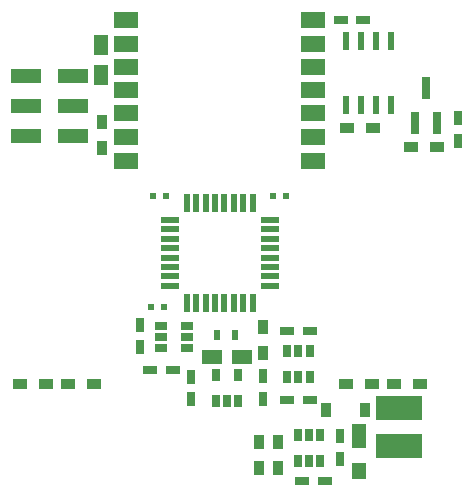
<source format=gtp>
G04 #@! TF.GenerationSoftware,KiCad,Pcbnew,no-vcs-found-4f2ed1b~58~ubuntu16.04.1*
G04 #@! TF.CreationDate,2017-05-05T16:59:14+03:00*
G04 #@! TF.ProjectId,livolo_2_channels_1way_eu_switch,6C69766F6C6F5F325F6368616E6E656C,rev?*
G04 #@! TF.FileFunction,Paste,Top*
G04 #@! TF.FilePolarity,Positive*
%FSLAX46Y46*%
G04 Gerber Fmt 4.6, Leading zero omitted, Abs format (unit mm)*
G04 Created by KiCad (PCBNEW no-vcs-found-4f2ed1b~58~ubuntu16.04.1) date Fri May  5 16:59:14 2017*
%MOMM*%
%LPD*%
G01*
G04 APERTURE LIST*
%ADD10C,0.100000*%
%ADD11R,4.000000X2.000000*%
%ADD12R,1.200000X2.000000*%
%ADD13R,1.200000X1.400000*%
%ADD14R,0.900000X1.200000*%
%ADD15R,0.650000X1.060000*%
%ADD16R,2.500000X1.270000*%
%ADD17R,1.750000X1.260000*%
%ADD18R,1.200000X0.900000*%
%ADD19R,1.200000X0.750000*%
%ADD20R,0.600000X0.500000*%
%ADD21R,0.750000X1.200000*%
%ADD22R,0.550000X1.600000*%
%ADD23R,1.600000X0.550000*%
%ADD24R,1.060000X0.650000*%
%ADD25R,1.998980X1.399540*%
%ADD26R,0.600000X1.550000*%
%ADD27R,0.800000X1.900000*%
%ADD28R,0.500000X0.900000*%
%ADD29R,1.260000X1.750000*%
G04 APERTURE END LIST*
D10*
D11*
X157600000Y-105450000D03*
X157600000Y-108700000D03*
D12*
X154200000Y-107800000D03*
D13*
X154200000Y-110800000D03*
D14*
X145800000Y-108300000D03*
X145800000Y-110500000D03*
D15*
X150000000Y-109900000D03*
X150950000Y-109900000D03*
X149050000Y-109900000D03*
X149050000Y-107700000D03*
X150000000Y-107700000D03*
X150950000Y-107700000D03*
D16*
X126050000Y-82440000D03*
X126050000Y-79900000D03*
X126050000Y-77360000D03*
X130050000Y-77360000D03*
X130050000Y-79900000D03*
X130050000Y-82400000D03*
D17*
X141775000Y-101092000D03*
X144325000Y-101092000D03*
D18*
X160866000Y-83312000D03*
X158666000Y-83312000D03*
D19*
X152675000Y-72600000D03*
X154575000Y-72600000D03*
D20*
X136600000Y-96900000D03*
X137700000Y-96900000D03*
X137900000Y-87500000D03*
X136800000Y-87500000D03*
X146950000Y-87500000D03*
X148050000Y-87500000D03*
D19*
X149450000Y-111600000D03*
X151350000Y-111600000D03*
D21*
X140000000Y-104700000D03*
X140000000Y-102800000D03*
X146100000Y-104650000D03*
X146100000Y-102750000D03*
X152600000Y-109750000D03*
X152600000Y-107850000D03*
D19*
X150050000Y-104750000D03*
X148150000Y-104750000D03*
D21*
X135700000Y-100300000D03*
X135700000Y-98400000D03*
D19*
X148150000Y-98900000D03*
X150050000Y-98900000D03*
X136550000Y-102200000D03*
X138450000Y-102200000D03*
D14*
X154750000Y-105600000D03*
X151450000Y-105600000D03*
D22*
X145250000Y-96550000D03*
X144450000Y-96550000D03*
X143650000Y-96550000D03*
X142850000Y-96550000D03*
X142050000Y-96550000D03*
X141250000Y-96550000D03*
X140450000Y-96550000D03*
X139650000Y-96550000D03*
D23*
X138200000Y-95100000D03*
X138200000Y-94300000D03*
X138200000Y-93500000D03*
X138200000Y-92700000D03*
X138200000Y-91900000D03*
X138200000Y-91100000D03*
X138200000Y-90300000D03*
X138200000Y-89500000D03*
D22*
X139650000Y-88050000D03*
X140450000Y-88050000D03*
X141250000Y-88050000D03*
X142050000Y-88050000D03*
X142850000Y-88050000D03*
X143650000Y-88050000D03*
X144450000Y-88050000D03*
X145250000Y-88050000D03*
D23*
X146700000Y-89500000D03*
X146700000Y-90300000D03*
X146700000Y-91100000D03*
X146700000Y-91900000D03*
X146700000Y-92700000D03*
X146700000Y-93500000D03*
X146700000Y-94300000D03*
X146700000Y-95100000D03*
D14*
X147400000Y-110500000D03*
X147400000Y-108300000D03*
X146100000Y-100800000D03*
X146100000Y-98600000D03*
X132500000Y-81200000D03*
X132500000Y-83400000D03*
D18*
X155300000Y-103400000D03*
X153100000Y-103400000D03*
X157200000Y-103400000D03*
X159400000Y-103400000D03*
X129600000Y-103400000D03*
X131800000Y-103400000D03*
X127700000Y-103400000D03*
X125500000Y-103400000D03*
D15*
X142100000Y-102650000D03*
X144000000Y-102650000D03*
X144000000Y-104850000D03*
X143050000Y-104850000D03*
X142100000Y-104850000D03*
X149100000Y-100650000D03*
X148150000Y-100650000D03*
X150050000Y-100650000D03*
X150050000Y-102850000D03*
X149100000Y-102850000D03*
X148150000Y-102850000D03*
D24*
X137500000Y-98500000D03*
X137500000Y-99450000D03*
X137500000Y-100400000D03*
X139700000Y-100400000D03*
X139700000Y-98500000D03*
X139700000Y-99450000D03*
D25*
X134499800Y-72598780D03*
X134471860Y-74600300D03*
X134471860Y-76599280D03*
X134471860Y-78550000D03*
X134471860Y-80500720D03*
X134471860Y-82499700D03*
X134471860Y-84501220D03*
X150372260Y-84501220D03*
X150372260Y-82499700D03*
X150372260Y-80500720D03*
X150372260Y-78550000D03*
X150372260Y-76599280D03*
X150372260Y-74600300D03*
X150372260Y-72598780D03*
D21*
X162600000Y-82800000D03*
X162600000Y-80900000D03*
D18*
X153200000Y-81700000D03*
X155400000Y-81700000D03*
D26*
X153120000Y-74400000D03*
X154390000Y-74400000D03*
X155660000Y-74400000D03*
X156930000Y-74400000D03*
X156930000Y-79800000D03*
X155660000Y-79800000D03*
X154390000Y-79800000D03*
X153120000Y-79800000D03*
D27*
X159900000Y-78350000D03*
X160850000Y-81350000D03*
X158950000Y-81350000D03*
D28*
X142200000Y-99300000D03*
X143700000Y-99300000D03*
D29*
X132400000Y-77275000D03*
X132400000Y-74725000D03*
M02*

</source>
